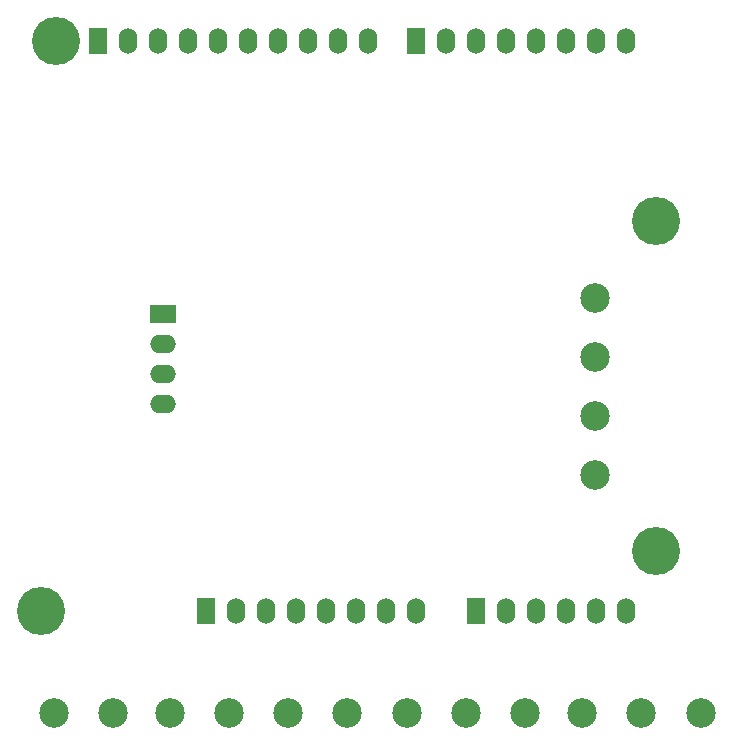
<source format=gbr>
G04 #@! TF.FileFunction,Soldermask,Bot*
%FSLAX46Y46*%
G04 Gerber Fmt 4.6, Leading zero omitted, Abs format (unit mm)*
G04 Created by KiCad (PCBNEW 4.0.6) date 05/21/18 12:18:21*
%MOMM*%
%LPD*%
G01*
G04 APERTURE LIST*
%ADD10C,0.100000*%
%ADD11C,4.064000*%
%ADD12C,2.500000*%
%ADD13R,1.524000X2.199640*%
%ADD14O,1.524000X2.199640*%
%ADD15R,2.199640X1.524000*%
%ADD16O,2.199640X1.524000*%
G04 APERTURE END LIST*
D10*
D11*
X177038000Y-90805000D03*
X177038000Y-118745000D03*
D12*
X165876000Y-132461000D03*
X160876000Y-132461000D03*
X155876000Y-132461000D03*
X150876000Y-132461000D03*
X145876000Y-132461000D03*
X135876000Y-132461000D03*
X140876000Y-132461000D03*
D11*
X124968000Y-123825000D03*
X126238000Y-75565000D03*
D12*
X171831000Y-97275000D03*
X171831000Y-102275000D03*
X171831000Y-112275000D03*
X171831000Y-107275000D03*
X126024000Y-132461000D03*
X131024000Y-132461000D03*
D13*
X129794000Y-75565000D03*
D14*
X132334000Y-75565000D03*
X134874000Y-75565000D03*
X137414000Y-75565000D03*
X139954000Y-75565000D03*
X142494000Y-75565000D03*
X145034000Y-75565000D03*
X147574000Y-75565000D03*
X150114000Y-75565000D03*
X152654000Y-75565000D03*
D13*
X138938000Y-123825000D03*
D14*
X141478000Y-123825000D03*
X144018000Y-123825000D03*
X146558000Y-123825000D03*
X149098000Y-123825000D03*
X151638000Y-123825000D03*
X154178000Y-123825000D03*
X156718000Y-123825000D03*
D13*
X161798000Y-123825000D03*
D14*
X164338000Y-123825000D03*
X166878000Y-123825000D03*
X169418000Y-123825000D03*
X171958000Y-123825000D03*
X174498000Y-123825000D03*
D13*
X156718000Y-75565000D03*
D14*
X159258000Y-75565000D03*
X161798000Y-75565000D03*
X164338000Y-75565000D03*
X166878000Y-75565000D03*
X169418000Y-75565000D03*
X171958000Y-75565000D03*
X174498000Y-75565000D03*
D12*
X180768000Y-132461000D03*
X170768000Y-132461000D03*
X175768000Y-132461000D03*
D15*
X135255000Y-98679000D03*
D16*
X135255000Y-101219000D03*
X135255000Y-103759000D03*
X135255000Y-106299000D03*
M02*

</source>
